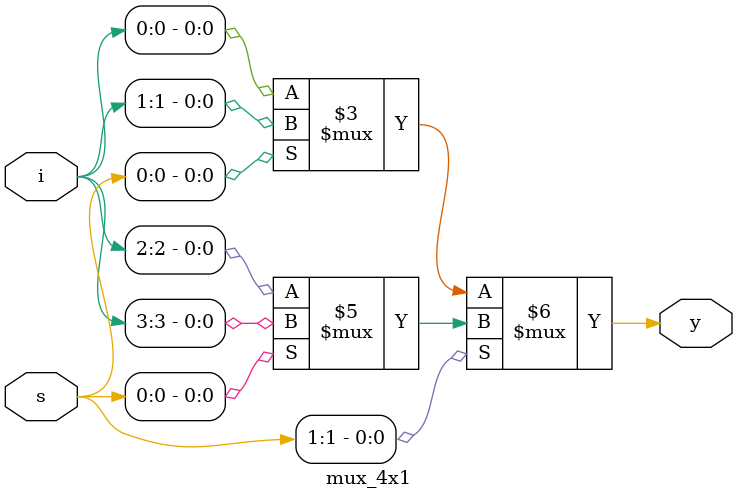
<source format=v>

module mux_4x1(i,s,y);
	input [3:0]i;
	input [1:0]s;
	output y;
	
	assign y = (s[1]==0)?((s[0]==0)?i[0]:i[1]):((s[0]==0)?i[2]:i[3]);
	
endmodule


//case statement
/*
module mux_4x1(i,s,y);
input [3:0]i;
input [1:0]s;
output reg y;

always@(*) begin
	case(s)
		2'b00 : y=i[0];
		2'b01 : y=i[1];
		2'b10 : y=i[2];
		2'b11 : y=i[3];
	endcase
	end
endmodule
*/

//if-else
/*
module mux_4x1(i,s,y);
input [3:0]i;
input [1:0]s;
output reg y;

always@(*) begin
	if(s==2'b00) y=i[0];
	else if(s==2'b01) y=i[1];
	else if(s==2'b10) y=i[2];
	else y=i[3];
end
endmodule
*/

</source>
